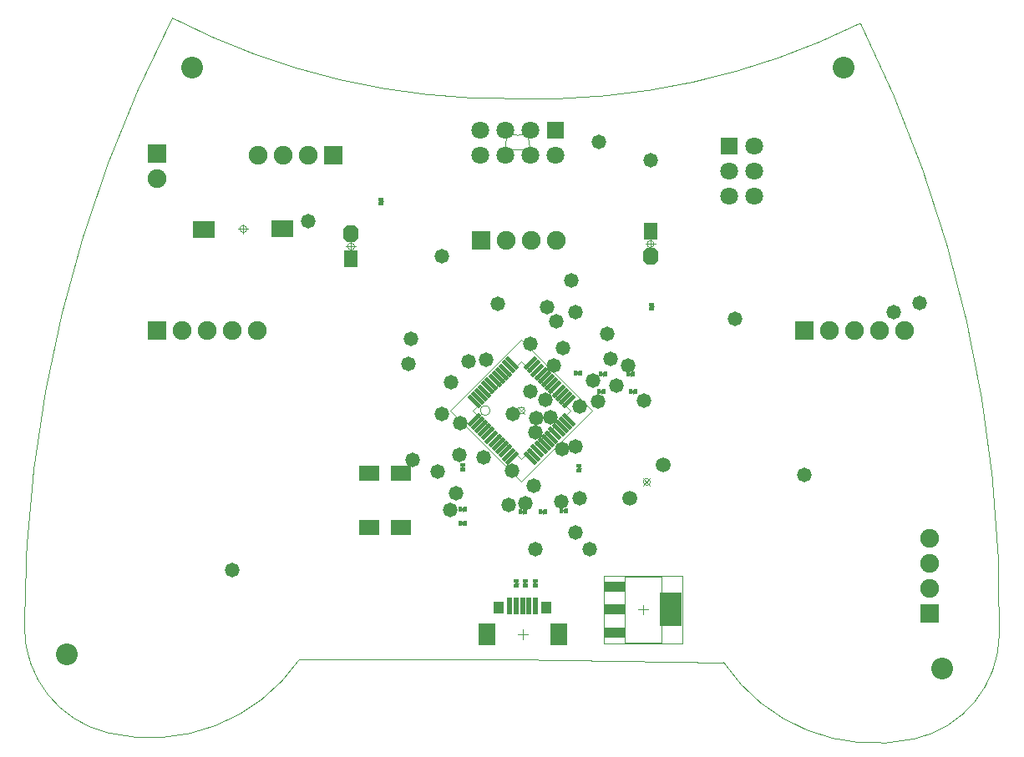
<source format=gts>
G04*
G04 #@! TF.GenerationSoftware,Altium Limited,Altium Designer,19.0.4 (130)*
G04*
G04 Layer_Color=8388736*
%FSLAX44Y44*%
%MOMM*%
G71*
G01*
G75*
%ADD19C,0.1000*%
%ADD20C,0.0127*%
%ADD21C,0.0500*%
%ADD22C,0.0254*%
G04:AMPARAMS|DCode=34|XSize=0.4532mm|YSize=1.7032mm|CornerRadius=0mm|HoleSize=0mm|Usage=FLASHONLY|Rotation=45.000|XOffset=0mm|YOffset=0mm|HoleType=Round|Shape=Round|*
%AMOVALD34*
21,1,1.2500,0.4532,0.0000,0.0000,135.0*
1,1,0.4532,0.4419,-0.4419*
1,1,0.4532,-0.4419,0.4419*
%
%ADD34OVALD34*%

G04:AMPARAMS|DCode=35|XSize=0.4532mm|YSize=1.7032mm|CornerRadius=0mm|HoleSize=0mm|Usage=FLASHONLY|Rotation=135.000|XOffset=0mm|YOffset=0mm|HoleType=Round|Shape=Round|*
%AMOVALD35*
21,1,1.2500,0.4532,0.0000,0.0000,225.0*
1,1,0.4532,0.4419,0.4419*
1,1,0.4532,-0.4419,-0.4419*
%
%ADD35OVALD35*%

%ADD36R,0.4532X0.5032*%
%ADD37R,2.3032X3.4032*%
%ADD38R,2.3032X1.1032*%
%ADD39R,2.2032X1.7032*%
%ADD40R,0.5532X1.8032*%
%ADD41R,0.5032X0.4532*%
%ADD42R,2.1032X1.5032*%
G04:AMPARAMS|DCode=43|XSize=1.7272mm|YSize=1.4732mm|CornerRadius=0mm|HoleSize=0mm|Usage=FLASHONLY|Rotation=270.000|XOffset=0mm|YOffset=0mm|HoleType=Round|Shape=Octagon|*
%AMOCTAGOND43*
4,1,8,-0.3683,-0.8636,0.3683,-0.8636,0.7366,-0.4953,0.7366,0.4953,0.3683,0.8636,-0.3683,0.8636,-0.7366,0.4953,-0.7366,-0.4953,-0.3683,-0.8636,0.0*
%
%ADD43OCTAGOND43*%

%ADD44R,1.4732X1.7272*%
%ADD45C,1.8032*%
%ADD46R,1.8032X1.8032*%
%ADD47R,1.9032X1.9032*%
%ADD48C,1.9032*%
%ADD49R,1.7032X2.2032*%
%ADD50R,1.0032X1.2032*%
%ADD51R,1.8032X1.8032*%
%ADD52C,1.5032*%
%ADD53R,1.9032X1.9032*%
%ADD54C,1.4732*%
%ADD55C,2.2032*%
D19*
X427970Y308610D02*
G03*
X427970Y308610I-5000J0D01*
G01*
X459740Y259112D02*
X509238Y308610D01*
X410243D02*
X459740Y358108D01*
X509238Y308610D01*
X410243D02*
X459740Y259112D01*
X564430Y73180D02*
X601430D01*
X564430Y140180D02*
X601430D01*
Y73180D02*
Y140180D01*
X564430Y73180D02*
Y140180D01*
X459740Y236768D02*
X531582Y308610D01*
X387898D02*
X459740Y380452D01*
X531582Y308610D01*
X387898D02*
X459740Y236768D01*
X582930Y101680D02*
Y111680D01*
X577930Y106680D02*
X587930D01*
X542930Y72180D02*
X622930D01*
X542930Y141180D02*
X622930D01*
Y72180D02*
Y141180D01*
X542930Y72180D02*
Y141180D01*
X461010Y76200D02*
Y86360D01*
X455930Y81280D02*
X466090D01*
D20*
X448678Y587462D02*
G03*
X448678Y587462I-762J0D01*
G01*
X446790Y574092D02*
G03*
X446790Y574092I-762J0D01*
G01*
X466296Y573946D02*
G03*
X466296Y573946I-762J0D01*
G01*
X464608Y587343D02*
G03*
X464608Y587343I-762J0D01*
G01*
X455883Y587712D02*
G03*
X464756Y589656I563J18652D01*
G01*
X468332Y573904D02*
G03*
X464756Y589656I-34222J512D01*
G01*
X466143Y571215D02*
G03*
X468332Y573904I-609J2731D01*
G01*
X461236Y573186D02*
G03*
X466143Y571215I3890J2593D01*
G01*
X447042Y589788D02*
G03*
X455883Y587712I8558J16582D01*
G01*
X447042Y589788D02*
G03*
X443230Y574092I30414J-15696D01*
G01*
D02*
G03*
X445378Y571371I2798J0D01*
G01*
D02*
G03*
X450314Y573267I1085J4547D01*
G01*
X455775D02*
X461236Y573186D01*
X450314Y573267D02*
X455775D01*
X454100Y625024D02*
G03*
X803395Y701537I22172J734335D01*
G01*
X944190Y81400D02*
G03*
X803395Y701537I-1347306J20160D01*
G01*
X858013Y-24466D02*
G03*
X944190Y81400I-23963J107514D01*
G01*
X664831Y53097D02*
G03*
X858013Y-24466I153145J102073D01*
G01*
X105988Y706755D02*
G03*
X454100Y625024I336929J652854D01*
G01*
X105988Y706755D02*
G03*
X-44070Y88794I1197399J-617961D01*
G01*
X-44070D02*
G03*
X40514Y-18350I110153J0D01*
G01*
Y-18350D02*
G03*
X234835Y56314I42720J179018D01*
G01*
X449845Y56314D02*
X664831Y53097D01*
X234835Y56314D02*
X449845D01*
D21*
X463240Y308610D02*
G03*
X463240Y308610I-3500J0D01*
G01*
X181300Y492760D02*
G03*
X181300Y492760I-3500J0D01*
G01*
X594050Y477520D02*
G03*
X594050Y477520I-3500J0D01*
G01*
X590240Y236220D02*
G03*
X590240Y236220I-3500J0D01*
G01*
X290520Y474980D02*
G03*
X290520Y474980I-3500J0D01*
G01*
X456204Y312146D02*
X463275Y305075D01*
X456205D02*
X463276Y312146D01*
X177800Y487760D02*
Y497760D01*
X172800Y492760D02*
X182800D01*
X585550Y477520D02*
X595550D01*
X590550Y472520D02*
Y482520D01*
X583205Y232685D02*
X590276Y239756D01*
X583205Y239755D02*
X590276Y232684D01*
X282020Y474980D02*
X292020D01*
X287020Y469980D02*
Y479980D01*
D22*
X574041Y327661D02*
G03*
X574041Y327661I-1270J0D01*
G01*
X571460Y345440D02*
G03*
X571460Y345440I-1270J0D01*
G01*
X401360Y194310D02*
G03*
X401360Y194310I-1270J0D01*
G01*
X518120Y346710D02*
G03*
X518120Y346710I-1270J0D01*
G01*
X482560Y205740D02*
G03*
X482560Y205740I-1270J0D01*
G01*
X542330Y327660D02*
G03*
X542330Y327660I-1270J0D01*
G01*
X543600Y345440D02*
G03*
X543600Y345440I-1270J0D01*
G01*
X455930Y133390D02*
G03*
X455930Y133390I-1270J0D01*
G01*
X464820Y133350D02*
G03*
X464820Y133350I-1270J0D01*
G01*
X504191Y207011D02*
G03*
X504191Y207011I-1270J0D01*
G01*
X401360Y208280D02*
G03*
X401360Y208280I-1270J0D01*
G01*
X462281Y205741D02*
G03*
X462281Y205741I-1270J0D01*
G01*
X474980Y133390D02*
G03*
X474980Y133390I-1270J0D01*
G01*
X519430Y250230D02*
G03*
X519430Y250230I-1270J0D01*
G01*
X593090Y413980D02*
G03*
X593090Y413980I-1270J0D01*
G01*
X401320Y250690D02*
G03*
X401320Y250690I-1270J0D01*
G01*
X318770Y520660D02*
G03*
X318770Y520660I-1270J0D01*
G01*
X572771Y325661D02*
Y329661D01*
X570770Y327661D02*
X574771D01*
X568190Y345440D02*
X572190D01*
X570190Y343440D02*
Y347440D01*
X400090Y192310D02*
Y196310D01*
X398090Y194310D02*
X402090D01*
X516850Y344710D02*
Y348710D01*
X514850Y346710D02*
X518850D01*
X481290Y203740D02*
Y207740D01*
X479290Y205740D02*
X483290D01*
X539060Y327660D02*
X543060D01*
X541060Y325660D02*
Y329660D01*
X540330Y345440D02*
X544330D01*
X542330Y343440D02*
Y347440D01*
X454660Y131390D02*
Y135390D01*
X452660Y133390D02*
X456660D01*
X463550Y131350D02*
Y135350D01*
X461550Y133350D02*
X465550D01*
X502921Y205011D02*
Y209011D01*
X500921Y207011D02*
X504921D01*
X400090Y206280D02*
Y210280D01*
X398090Y208280D02*
X402090D01*
X461011Y203741D02*
Y207741D01*
X459011Y205741D02*
X463011D01*
X473710Y131390D02*
Y135390D01*
X471710Y133390D02*
X475710D01*
X516160Y250230D02*
X520160D01*
X518160Y248230D02*
Y252230D01*
X591820Y411980D02*
Y415980D01*
X589820Y413980D02*
X593820D01*
X398050Y250691D02*
X402050D01*
X400050Y248691D02*
Y252691D01*
X317500Y518660D02*
Y522660D01*
X315500Y520660D02*
X319500D01*
D34*
X411685Y317774D02*
D03*
X415220Y321310D02*
D03*
X418756Y324845D02*
D03*
X422292Y328381D02*
D03*
X425827Y331917D02*
D03*
X429363Y335452D02*
D03*
X432898Y338987D02*
D03*
X436433Y342523D02*
D03*
X439969Y346058D02*
D03*
X443505Y349594D02*
D03*
X447040Y353130D02*
D03*
X450576Y356665D02*
D03*
X507795Y299446D02*
D03*
X504260Y295910D02*
D03*
X500724Y292375D02*
D03*
X497188Y288839D02*
D03*
X493653Y285304D02*
D03*
X490117Y281768D02*
D03*
X486582Y278233D02*
D03*
X483046Y274697D02*
D03*
X479511Y271162D02*
D03*
X475975Y267626D02*
D03*
X472440Y264090D02*
D03*
X468904Y260555D02*
D03*
D35*
Y356665D02*
D03*
X472440Y353130D02*
D03*
X475975Y349594D02*
D03*
X479511Y346058D02*
D03*
X483046Y342523D02*
D03*
X486582Y338987D02*
D03*
X490117Y335452D02*
D03*
X493653Y331917D02*
D03*
X497188Y328381D02*
D03*
X500724Y324845D02*
D03*
X504260Y321310D02*
D03*
X507795Y317774D02*
D03*
X450576Y260555D02*
D03*
X447040Y264090D02*
D03*
X443505Y267626D02*
D03*
X439969Y271162D02*
D03*
X436433Y274697D02*
D03*
X432898Y278233D02*
D03*
X429363Y281768D02*
D03*
X425827Y285304D02*
D03*
X422292Y288839D02*
D03*
X418756Y292375D02*
D03*
X415220Y295910D02*
D03*
X411685Y299446D02*
D03*
D36*
X570271Y327661D02*
D03*
X575271D02*
D03*
X567690Y345440D02*
D03*
X572690D02*
D03*
X397590Y194310D02*
D03*
X402590D02*
D03*
X514350Y346710D02*
D03*
X519350D02*
D03*
X478790Y205740D02*
D03*
X483790D02*
D03*
X543560Y327660D02*
D03*
X538560D02*
D03*
X539830Y345440D02*
D03*
X544830D02*
D03*
X500421Y207011D02*
D03*
X505421D02*
D03*
X402590Y208280D02*
D03*
X397590D02*
D03*
X458511Y205741D02*
D03*
X463511D02*
D03*
D37*
X611430Y106680D02*
D03*
D38*
X554430Y83680D02*
D03*
Y106680D02*
D03*
Y129680D02*
D03*
D39*
X217170Y492760D02*
D03*
X137842Y492560D02*
D03*
D40*
X467510Y110280D02*
D03*
X474010D02*
D03*
X448010D02*
D03*
X461010D02*
D03*
X454510D02*
D03*
D41*
X454660Y130890D02*
D03*
Y135890D02*
D03*
X463550Y130850D02*
D03*
Y135850D02*
D03*
X473710Y130890D02*
D03*
Y135890D02*
D03*
X518160Y252730D02*
D03*
Y247730D02*
D03*
X591820Y411480D02*
D03*
Y416480D02*
D03*
X400050Y253191D02*
D03*
Y248191D02*
D03*
X317500Y518160D02*
D03*
Y523160D02*
D03*
D42*
X337310Y244670D02*
D03*
Y189670D02*
D03*
X305310D02*
D03*
Y244670D02*
D03*
D43*
X590550Y464820D02*
D03*
X287020Y487680D02*
D03*
D44*
X590550Y490220D02*
D03*
X287020Y462280D02*
D03*
D45*
X443510Y593090D02*
D03*
Y567690D02*
D03*
X468910Y593090D02*
D03*
Y567690D02*
D03*
X494310D02*
D03*
X418110Y593090D02*
D03*
Y567690D02*
D03*
X670560Y525780D02*
D03*
X695960D02*
D03*
X670560Y551180D02*
D03*
X695960D02*
D03*
Y576580D02*
D03*
D46*
X494310Y593090D02*
D03*
D47*
X873760Y102870D02*
D03*
X90170Y568960D02*
D03*
D48*
X873760Y128270D02*
D03*
Y153670D02*
D03*
Y179070D02*
D03*
X444500Y481330D02*
D03*
X469900D02*
D03*
X495300D02*
D03*
X243840Y567690D02*
D03*
X218440D02*
D03*
X193040D02*
D03*
X848360Y389890D02*
D03*
X772160D02*
D03*
X797560D02*
D03*
X822960D02*
D03*
X191770D02*
D03*
X115570D02*
D03*
X140970D02*
D03*
X166370D02*
D03*
X90170Y543560D02*
D03*
D49*
X424760Y81280D02*
D03*
X497260D02*
D03*
D50*
X485260Y108380D02*
D03*
X436760D02*
D03*
D51*
X670560Y576580D02*
D03*
D52*
X603711Y253191D02*
D03*
X569769Y219249D02*
D03*
D53*
X419100Y481330D02*
D03*
X269240Y567690D02*
D03*
X746760Y389890D02*
D03*
X90170D02*
D03*
D54*
X514350Y408550D02*
D03*
X584200Y318770D02*
D03*
X532638Y338836D02*
D03*
X424180Y360426D02*
D03*
X421132Y260858D02*
D03*
X567690Y354076D02*
D03*
X387350Y208026D02*
D03*
X397002Y263398D02*
D03*
X518661Y219249D02*
D03*
X451358Y305308D02*
D03*
X474726Y301028D02*
D03*
X473456Y286512D02*
D03*
X501396Y372364D02*
D03*
X446995Y212643D02*
D03*
X472440Y232410D02*
D03*
X473710Y168148D02*
D03*
X529082D02*
D03*
X518922Y313182D02*
D03*
X492506Y354584D02*
D03*
X378714Y465328D02*
D03*
Y305308D02*
D03*
X500888Y269748D02*
D03*
X397510Y295910D02*
D03*
X514858Y272034D02*
D03*
X388620Y337566D02*
D03*
X484378Y319786D02*
D03*
X837184Y408178D02*
D03*
X485864Y413512D02*
D03*
X347980Y381000D02*
D03*
X546700Y386080D02*
D03*
X243840Y500634D02*
D03*
X494792Y399288D02*
D03*
X537974Y580896D02*
D03*
X344932Y355854D02*
D03*
X468884Y328168D02*
D03*
X863210Y417440D02*
D03*
X435610Y416560D02*
D03*
X676402Y402082D02*
D03*
X463511Y214884D02*
D03*
X500380Y216154D02*
D03*
X746760Y243078D02*
D03*
X393700Y224790D02*
D03*
X488950Y302006D02*
D03*
X556260Y334010D02*
D03*
X537718Y317754D02*
D03*
X549910Y360934D02*
D03*
X510540Y440690D02*
D03*
X166370Y147066D02*
D03*
X374650Y246380D02*
D03*
X406400Y358648D02*
D03*
X468904Y376073D02*
D03*
X514096Y185166D02*
D03*
X349758Y258318D02*
D03*
X590550Y562610D02*
D03*
X450576Y247904D02*
D03*
D55*
X786130Y656590D02*
D03*
X886460Y46990D02*
D03*
X-1270Y60960D02*
D03*
X125730Y656590D02*
D03*
M02*

</source>
